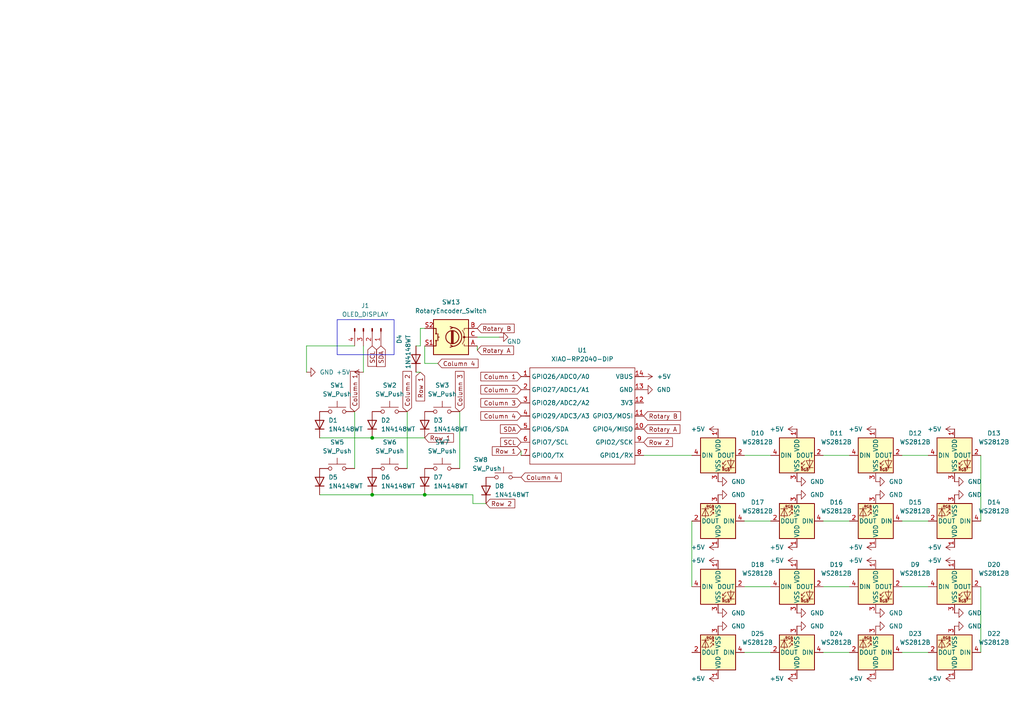
<source format=kicad_sch>
(kicad_sch (version 20250114) (generator "eeschema") (generator_version "9.0")
  (paper "A4")
  (lib_symbols
    (symbol "Connector:Conn_01x04_Pin" (pin_names (offset 1.016) (hide yes))
      (property "Reference" "J" (at 0 5.08 0))
      (property "Value" "Conn_01x04_Pin" (at 0 -7.62 0))
      (symbol "Conn_01x04_Pin_1_1"
        (rectangle (start 0.8636 2.667) (end 0 2.413) (stroke (width 0.1524)) (fill (type outline)))
        (rectangle (start 0.8636 0.127) (end 0 -0.127) (stroke (width 0.1524)) (fill (type outline)))
        (rectangle (start 0.8636 -2.413) (end 0 -2.667) (stroke (width 0.1524)) (fill (type outline)))
        (rectangle (start 0.8636 -4.953) (end 0 -5.207) (stroke (width 0.1524)) (fill (type outline)))
        (polyline (pts (xy 1.27 2.54) (xy 0.8636 2.54)) (stroke (width 0.1524)))
        (polyline (pts (xy 1.27 0) (xy 0.8636 0)) (stroke (width 0.1524)))
        (polyline (pts (xy 1.27 -2.54) (xy 0.8636 -2.54)) (stroke (width 0.1524)))
        (polyline (pts (xy 1.27 -5.08) (xy 0.8636 -5.08)) (stroke (width 0.1524)))
        (pin passive line (at 5.08 2.54 180) (length 3.81) (name "Pin_1") (number "1"))
        (pin passive line (at 5.08 0 180) (length 3.81) (name "Pin_2") (number "2"))
        (pin passive line (at 5.08 -2.54 180) (length 3.81) (name "Pin_3") (number "3"))
        (pin passive line (at 5.08 -5.08 180) (length 3.81) (name "Pin_4") (number "4"))
      )
    )
    (symbol "Device:RotaryEncoder_Switch" (pin_names (offset 0.254) (hide yes))
      (property "Reference" "SW" (at 0 6.604 0))
      (property "Value" "RotaryEncoder_Switch" (at 0 -6.604 0))
      (symbol "RotaryEncoder_Switch_0_1"
        (rectangle (start -5.08 5.08) (end 5.08 -5.08) (stroke (width 0.254)) (fill (type background)))
        (polyline (pts (xy -5.08 2.54) (xy -3.81 2.54) (xy -3.81 2.032)))
        (polyline (pts (xy -5.08 0) (xy -3.81 0) (xy -3.81 -1.016) (xy -3.302 -2.032)))
        (polyline (pts (xy -5.08 -2.54) (xy -3.81 -2.54) (xy -3.81 -2.032)))
        (polyline (pts (xy -4.318 0) (xy -3.81 0) (xy -3.81 1.016) (xy -3.302 2.032)))
        (circle (center -3.81 0) (radius 0.254) (fill (type outline)))
        (polyline (pts (xy -0.635 -1.778) (xy -0.635 1.778)) (stroke (width 0.254)))
        (circle (center -0.381 0) (radius 1.905) (stroke (width 0.254)))
        (polyline (pts (xy -0.381 -1.778) (xy -0.381 1.778)) (stroke (width 0.254)))
        (arc (start -0.381 -2.794) (mid -3.0988 -0.0635) (end -0.381 2.667) (stroke (width 0.254)))
        (polyline (pts (xy -0.127 1.778) (xy -0.127 -1.778)) (stroke (width 0.254)))
        (polyline (pts (xy 0.254 2.921) (xy -0.508 2.667) (xy 0.127 2.286)) (stroke (width 0.254)))
        (polyline (pts (xy 0.254 -3.048) (xy -0.508 -2.794) (xy 0.127 -2.413)) (stroke (width 0.254)))
        (polyline (pts (xy 3.81 1.016) (xy 3.81 -1.016)) (stroke (width 0.254)))
        (polyline (pts (xy 3.81 0) (xy 3.429 0)) (stroke (width 0.254)))
        (circle (center 4.318 1.016) (radius 0.127) (stroke (width 0.254)))
        (circle (center 4.318 -1.016) (radius 0.127) (stroke (width 0.254)))
        (polyline (pts (xy 5.08 2.54) (xy 4.318 2.54) (xy 4.318 1.016)) (stroke (width 0.254)))
        (polyline (pts (xy 5.08 -2.54) (xy 4.318 -2.54) (xy 4.318 -1.016)) (stroke (width 0.254)))
      )
      (symbol "RotaryEncoder_Switch_1_1"
        (pin passive line (at -7.62 2.54 0) (length 2.54) (name "A") (number "A"))
        (pin passive line (at -7.62 0 0) (length 2.54) (name "C") (number "C"))
        (pin passive line (at -7.62 -2.54 0) (length 2.54) (name "B") (number "B"))
        (pin passive line (at 7.62 2.54 180) (length 2.54) (name "S1") (number "S1"))
        (pin passive line (at 7.62 -2.54 180) (length 2.54) (name "S2") (number "S2"))
      )
    )
    (symbol "Diode:1N4148WT" (pin_numbers (hide yes)) (pin_names (hide yes))
      (property "Reference" "D" (at 0 2.54 0))
      (property "Value" "1N4148WT" (at 0 -2.54 0))
      (symbol "1N4148WT_0_1"
        (polyline (pts (xy -1.27 1.27) (xy -1.27 -1.27)) (stroke (width 0.254)))
        (polyline (pts (xy 1.27 1.27) (xy 1.27 -1.27) (xy -1.27 0) (xy 1.27 1.27)) (stroke (width 0.254)))
        (polyline (pts (xy 1.27 0) (xy -1.27 0)))
      )
      (symbol "1N4148WT_1_1"
        (pin passive line (at -3.81 0 0) (length 2.54) (name "K") (number "1"))
        (pin passive line (at 3.81 0 180) (length 2.54) (name "A") (number "2"))
      )
    )
    (symbol "LED:WS2812B" (pin_names (offset 0.254))
      (property "Reference" "D" (at 5.08 5.715 0))
      (property "Value" "WS2812B" (at 1.27 -5.715 0))
      (symbol "WS2812B_0_0"
        (text "RGB" (at 2.286 -4.191 0) (effects (font (size 0.762 0.762))))
      )
      (symbol "WS2812B_0_1"
        (polyline (pts (xy 1.27 -2.54) (xy 1.778 -2.54)))
        (polyline (pts (xy 1.27 -3.556) (xy 1.778 -3.556)))
        (polyline (pts (xy 2.286 -1.524) (xy 1.27 -2.54) (xy 1.27 -2.032)))
        (polyline (pts (xy 2.286 -2.54) (xy 1.27 -3.556) (xy 1.27 -3.048)))
        (polyline (pts (xy 3.683 -1.016) (xy 3.683 -3.556) (xy 3.683 -4.064)))
        (polyline (pts (xy 4.699 -1.524) (xy 2.667 -1.524) (xy 3.683 -3.556) (xy 4.699 -1.524)))
        (polyline (pts (xy 4.699 -3.556) (xy 2.667 -3.556)))
        (rectangle (start 5.08 5.08) (end -5.08 -5.08) (stroke (width 0.254)) (fill (type background)))
      )
      (symbol "WS2812B_1_1"
        (pin input line (at -7.62 0 0) (length 2.54) (name "DIN") (number "4"))
        (pin power_in line (at 0 7.62 270) (length 2.54) (name "VDD") (number "1"))
        (pin power_in line (at 0 -7.62 90) (length 2.54) (name "VSS") (number "3"))
        (pin output line (at 7.62 0 180) (length 2.54) (name "DOUT") (number "2"))
      )
    )
    (symbol "OPL:XIAO-RP2040-DIP"
      (property "Reference" "U" (at 0 0 0))
      (property "Value" "XIAO-RP2040-DIP" (at 5.334 -1.778 0))
      (symbol "XIAO-RP2040-DIP_1_0"
        (polyline (pts (xy -1.27 -2.54) (xy 29.21 -2.54)) (stroke (width 0.1524)))
        (polyline (pts (xy -1.27 -5.08) (xy -2.54 -5.08)) (stroke (width 0.1524)))
        (polyline (pts (xy -1.27 -5.08) (xy -1.27 -2.54)) (stroke (width 0.1524)))
        (polyline (pts (xy -1.27 -8.89) (xy -2.54 -8.89)) (stroke (width 0.1524)))
        (polyline (pts (xy -1.27 -8.89) (xy -1.27 -5.08)) (stroke (width 0.1524)))
        (polyline (pts (xy -1.27 -12.7) (xy -2.54 -12.7)) (stroke (width 0.1524)))
        (polyline (pts (xy -1.27 -12.7) (xy -1.27 -8.89)) (stroke (width 0.1524)))
        (polyline (pts (xy -1.27 -16.51) (xy -2.54 -16.51)) (stroke (width 0.1524)))
        (polyline (pts (xy -1.27 -16.51) (xy -1.27 -12.7)) (stroke (width 0.1524)))
        (polyline (pts (xy -1.27 -20.32) (xy -2.54 -20.32)) (stroke (width 0.1524)))
        (polyline (pts (xy -1.27 -24.13) (xy -2.54 -24.13)) (stroke (width 0.1524)))
        (polyline (pts (xy -1.27 -27.94) (xy -2.54 -27.94)) (stroke (width 0.1524)))
        (polyline (pts (xy -1.27 -30.48) (xy -1.27 -16.51)) (stroke (width 0.1524)))
        (polyline (pts (xy 29.21 -2.54) (xy 29.21 -5.08)) (stroke (width 0.1524)))
        (polyline (pts (xy 29.21 -5.08) (xy 29.21 -8.89)) (stroke (width 0.1524)))
        (polyline (pts (xy 29.21 -8.89) (xy 29.21 -12.7)) (stroke (width 0.1524)))
        (polyline (pts (xy 29.21 -12.7) (xy 29.21 -30.48)) (stroke (width 0.1524)))
        (polyline (pts (xy 29.21 -30.48) (xy -1.27 -30.48)) (stroke (width 0.1524)))
        (polyline (pts (xy 30.48 -5.08) (xy 29.21 -5.08)) (stroke (width 0.1524)))
        (polyline (pts (xy 30.48 -8.89) (xy 29.21 -8.89)) (stroke (width 0.1524)))
        (polyline (pts (xy 30.48 -12.7) (xy 29.21 -12.7)) (stroke (width 0.1524)))
        (polyline (pts (xy 30.48 -16.51) (xy 29.21 -16.51)) (stroke (width 0.1524)))
        (polyline (pts (xy 30.48 -20.32) (xy 29.21 -20.32)) (stroke (width 0.1524)))
        (polyline (pts (xy 30.48 -24.13) (xy 29.21 -24.13)) (stroke (width 0.1524)))
        (polyline (pts (xy 30.48 -27.94) (xy 29.21 -27.94)) (stroke (width 0.1524)))
        (pin passive line (at -3.81 -5.08 0) (length 2.54) (name "GPIO26/ADC0/A0") (number "1"))
        (pin passive line (at -3.81 -8.89 0) (length 2.54) (name "GPIO27/ADC1/A1") (number "2"))
        (pin passive line (at -3.81 -12.7 0) (length 2.54) (name "GPIO28/ADC2/A2") (number "3"))
        (pin passive line (at -3.81 -16.51 0) (length 2.54) (name "GPIO29/ADC3/A3") (number "4"))
        (pin passive line (at -3.81 -20.32 0) (length 2.54) (name "GPIO6/SDA") (number "5"))
        (pin passive line (at -3.81 -24.13 0) (length 2.54) (name "GPIO7/SCL") (number "6"))
        (pin passive line (at -3.81 -27.94 0) (length 2.54) (name "GPIO0/TX") (number "7"))
        (pin passive line (at 31.75 -5.08 180) (length 2.54) (name "VBUS") (number "14"))
        (pin passive line (at 31.75 -8.89 180) (length 2.54) (name "GND") (number "13"))
        (pin passive line (at 31.75 -12.7 180) (length 2.54) (name "3V3") (number "12"))
        (pin passive line (at 31.75 -16.51 180) (length 2.54) (name "GPIO3/MOSI") (number "11"))
        (pin passive line (at 31.75 -20.32 180) (length 2.54) (name "GPIO4/MISO") (number "10"))
        (pin passive line (at 31.75 -24.13 180) (length 2.54) (name "GPIO2/SCK") (number "9"))
        (pin passive line (at 31.75 -27.94 180) (length 2.54) (name "GPIO1/RX") (number "8"))
      )
    )
    (symbol "Switch:SW_Push" (pin_numbers (hide yes)) (pin_names (offset 1.016) (hide yes))
      (property "Reference" "SW" (at 1.27 2.54 0))
      (property "Value" "SW_Push" (at 0 -1.524 0))
      (symbol "SW_Push_0_1"
        (circle (center -2.032 0) (radius 0.508))
        (polyline (pts (xy 0 1.27) (xy 0 3.048)))
        (circle (center 2.032 0) (radius 0.508))
        (polyline (pts (xy 2.54 1.27) (xy -2.54 1.27)))
        (pin passive line (at -5.08 0 0) (length 2.54) (name "1") (number "1"))
        (pin passive line (at 5.08 0 180) (length 2.54) (name "2") (number "2"))
      )
    )
    (symbol "power:+5V" (power) (pin_numbers (hide yes)) (pin_names (offset 0) (hide yes))
      (property "Value" "+5V" (at 0 3.556 0))
      (symbol "+5V_0_1"
        (polyline (pts (xy -0.762 1.27) (xy 0 2.54)))
        (polyline (pts (xy 0 2.54) (xy 0.762 1.27)))
        (polyline (pts (xy 0 0) (xy 0 2.54)))
      )
      (symbol "+5V_1_1"
        (pin power_in line (at 0 0 90) (length 0) (name "~") (number "1"))
      )
    )
    (symbol "power:GND" (power) (pin_numbers (hide yes)) (pin_names (offset 0) (hide yes))
      (property "Value" "GND" (at 0 -3.81 0))
      (symbol "GND_0_1"
        (polyline (pts (xy 0 0) (xy 0 -1.27) (xy 1.27 -1.27) (xy 0 -2.54) (xy -1.27 -1.27) (xy 0 -1.27)))
      )
      (symbol "GND_1_1"
        (pin power_in line (at 0 0 270) (length 0) (name "~") (number "1"))
      )
    )
  )
  (rectangle (start 97.79 92.71) (end 114.3 102.87))
  (junction (at 107.95 143.51))
  (junction (at 107.95 127))
  (junction (at 123.19 143.51))
  (wire (pts (xy 238.76 151.13) (xy 246.38 151.13)))
  (wire (pts (xy 137.16 146.05) (xy 140.97 146.05)))
  (wire (pts (xy 261.62 170.18) (xy 269.24 170.18)))
  (wire (pts (xy 102.87 100.33) (xy 88.9 100.33)))
  (wire (pts (xy 137.16 143.51) (xy 123.19 143.51)))
  (wire (pts (xy 151.13 130.81) (xy 151.13 132.08)))
  (wire (pts (xy 186.69 132.08) (xy 200.66 132.08)))
  (wire (pts (xy 88.9 100.33) (xy 88.9 107.95)))
  (wire (pts (xy 107.95 143.51) (xy 123.19 143.51)))
  (wire (pts (xy 138.43 101.6) (xy 138.43 100.33)))
  (wire (pts (xy 238.76 189.23) (xy 246.38 189.23)))
  (wire (pts (xy 107.95 127) (xy 123.19 127)))
  (wire (pts (xy 123.19 100.33) (xy 123.19 105.41)))
  (wire (pts (xy 105.41 100.33) (xy 105.41 107.95)))
  (wire (pts (xy 92.71 143.51) (xy 107.95 143.51)))
  (wire (pts (xy 102.87 119.38) (xy 102.87 135.89)))
  (wire (pts (xy 137.16 146.05) (xy 137.16 143.51)))
  (wire (pts (xy 133.35 119.38) (xy 133.35 135.89)))
  (wire (pts (xy 238.76 170.18) (xy 246.38 170.18)))
  (wire (pts (xy 200.66 151.13) (xy 200.66 170.18)))
  (wire (pts (xy 92.71 127) (xy 107.95 127)))
  (wire (pts (xy 215.9 132.08) (xy 223.52 132.08)))
  (wire (pts (xy 121.92 100.33) (xy 121.92 95.25)))
  (wire (pts (xy 261.62 189.23) (xy 269.24 189.23)))
  (wire (pts (xy 215.9 151.13) (xy 223.52 151.13)))
  (wire (pts (xy 121.92 100.33) (xy 120.65 100.33)))
  (wire (pts (xy 118.11 119.38) (xy 118.11 135.89)))
  (wire (pts (xy 215.9 189.23) (xy 223.52 189.23)))
  (wire (pts (xy 261.62 132.08) (xy 269.24 132.08)))
  (wire (pts (xy 238.76 132.08) (xy 246.38 132.08)))
  (wire (pts (xy 261.62 151.13) (xy 269.24 151.13)))
  (wire (pts (xy 123.19 105.41) (xy 127 105.41)))
  (wire (pts (xy 215.9 170.18) (xy 223.52 170.18)))
  (wire (pts (xy 121.92 107.95) (xy 120.65 107.95)))
  (wire (pts (xy 284.48 170.18) (xy 284.48 189.23)))
  (wire (pts (xy 121.92 95.25) (xy 123.19 95.25)))
  (wire (pts (xy 284.48 132.08) (xy 284.48 151.13)))
  (wire (pts (xy 138.43 97.79) (xy 144.78 97.79)))
  (global_label "SDA" (shape input) (at 110.49 100.33 270) (property "Intersheetrefs" "${INTERSHEET_REFS}" (effects (hide yes))))
  (global_label "SDA" (shape input) (at 151.13 124.46 180) (property "Intersheetrefs" "${INTERSHEET_REFS}" (effects (hide yes))))
  (global_label "Column 3" (shape input) (at 133.35 119.38 90) (property "Intersheetrefs" "${INTERSHEET_REFS}" (effects (hide yes))))
  (global_label "Column 1" (shape input) (at 151.13 109.22 180) (property "Intersheetrefs" "${INTERSHEET_REFS}" (effects (hide yes))))
  (global_label "Column 2" (shape input) (at 118.11 119.38 90) (property "Intersheetrefs" "${INTERSHEET_REFS}" (effects (hide yes))))
  (global_label "Rotary A" (shape input) (at 138.43 101.6 0) (property "Intersheetrefs" "${INTERSHEET_REFS}" (effects (hide yes))))
  (global_label "Row 2" (shape input) (at 140.97 146.05 0) (property "Intersheetrefs" "${INTERSHEET_REFS}" (effects (hide yes))))
  (global_label "Rotary A" (shape input) (at 186.69 124.46 0) (property "Intersheetrefs" "${INTERSHEET_REFS}" (effects (hide yes))))
  (global_label "Row 1" (shape input) (at 123.19 127 0) (property "Intersheetrefs" "${INTERSHEET_REFS}" (effects (hide yes))))
  (global_label "Row 1" (shape input) (at 151.13 130.81 180) (property "Intersheetrefs" "${INTERSHEET_REFS}" (effects (hide yes))))
  (global_label "Column 3" (shape input) (at 151.13 116.84 180) (property "Intersheetrefs" "${INTERSHEET_REFS}" (effects (hide yes))))
  (global_label "Column 4" (shape input) (at 127 105.41 0) (property "Intersheetrefs" "${INTERSHEET_REFS}" (effects (hide yes))))
  (global_label "Column 4" (shape input) (at 151.13 138.43 0) (property "Intersheetrefs" "${INTERSHEET_REFS}" (effects (hide yes))))
  (global_label "Column 2" (shape input) (at 151.13 113.03 180) (property "Intersheetrefs" "${INTERSHEET_REFS}" (effects (hide yes))))
  (global_label "Rotary B" (shape input) (at 186.69 120.65 0) (property "Intersheetrefs" "${INTERSHEET_REFS}" (effects (hide yes))))
  (global_label "Row 1" (shape input) (at 121.92 107.95 270) (property "Intersheetrefs" "${INTERSHEET_REFS}" (effects (hide yes))))
  (global_label "Row 2" (shape input) (at 186.69 128.27 0) (property "Intersheetrefs" "${INTERSHEET_REFS}" (effects (hide yes))))
  (global_label "Column 4" (shape input) (at 151.13 120.65 180) (property "Intersheetrefs" "${INTERSHEET_REFS}" (effects (hide yes))))
  (global_label "Column 1" (shape input) (at 102.87 119.38 90) (property "Intersheetrefs" "${INTERSHEET_REFS}" (effects (hide yes))))
  (global_label "Rotary B" (shape input) (at 138.43 95.25 0) (property "Intersheetrefs" "${INTERSHEET_REFS}" (effects (hide yes))))
  (global_label "SCL" (shape input) (at 151.13 128.27 180) (property "Intersheetrefs" "${INTERSHEET_REFS}" (effects (hide yes))))
  (global_label "SCL" (shape input) (at 107.95 100.33 270) (property "Intersheetrefs" "${INTERSHEET_REFS}" (effects (hide yes))))
  (symbol (lib_id "Switch:SW_Push") (at 97.79 135.89 0) (unit 1)
    (property "Reference" "SW5" (at 97.79 128.27 0))
    (property "Value" "SW_Push" (at 97.79 130.81 0))
    (property "Footprint" "Button_Switch_Keyboard:SW_Cherry_MX_1.00u_PCB" (effects (hide yes)))
    (property "Description" "Push button switch, generic, two pins" (effects (hide yes)))
  )
  (symbol (lib_id "power:+5V") (at 208.28 196.85 90) (unit 1)
    (property "Reference" "#PWR037" (effects (hide yes)))
    (property "Value" "+5V" (at 204.47 196.8499 90) (effects (justify left)))
    (property "Description" "Power symbol creates a global label with name \"+5V\"" (effects (hide yes)))
  )
  (symbol (lib_id "LED:WS2812B") (at 208.28 189.23 180) (unit 1)
    (property "Reference" "D25" (at 219.71 183.7846 0))
    (property "Value" "WS2812B" (at 219.71 186.3246 0))
    (property "Footprint" "LED_SMD:LED_SK6812MINI_PLCC4_3.5x3.5mm_P1.75mm" (effects (hide yes)))
    (property "Datasheet" "https://cdn-shop.adafruit.com/datasheets/WS2812B.pdf" (effects (hide yes)))
    (property "Description" "RGB LED with integrated controller" (effects (hide yes)))
  )
  (symbol (lib_id "power:GND") (at 254 139.7 90) (unit 1)
    (property "Reference" "#PWR09" (effects (hide yes)))
    (property "Value" "GND" (at 257.81 139.6999 90) (effects (justify right)))
    (property "Description" "Power symbol creates a global label with name \"GND\" , ground" (effects (hide yes)))
  )
  (symbol (lib_id "power:GND") (at 231.14 143.51 90) (unit 1)
    (property "Reference" "#PWR011" (effects (hide yes)))
    (property "Value" "GND" (at 234.95 143.5099 90) (effects (justify right)))
    (property "Description" "Power symbol creates a global label with name \"GND\" , ground" (effects (hide yes)))
  )
  (symbol (lib_id "power:GND") (at 144.78 97.79 90) (unit 1)
    (property "Reference" "#PWR05" (effects (hide yes)))
    (property "Value" "GND" (at 149.098 99.06 90))
    (property "Description" "Power symbol creates a global label with name \"GND\" , ground" (effects (hide yes)))
  )
  (symbol (lib_id "Diode:1N4148WT") (at 92.71 139.7 90) (unit 1)
    (property "Reference" "D5" (at 95.25 138.4299 90) (effects (justify right)))
    (property "Value" "1N4148WT" (at 95.25 140.9699 90) (effects (justify right)))
    (property "Footprint" "Diode_SMD:D_SOD-523" (effects (hide yes)))
    (property "Datasheet" "https://www.diodes.com/assets/Datasheets/ds30396.pdf" (effects (hide yes)))
    (property "Description" "75V 0.15A Fast switching Diode, SOD-523" (effects (hide yes)))
    (property "Sim.Device" "D" (effects (hide yes)))
    (property "Sim.Pins" "1=K 2=A" (effects (hide yes)))
  )
  (symbol (lib_id "LED:WS2812B") (at 231.14 189.23 180) (unit 1)
    (property "Reference" "D24" (at 242.57 183.7846 0))
    (property "Value" "WS2812B" (at 242.57 186.3246 0))
    (property "Footprint" "LED_SMD:LED_SK6812MINI_PLCC4_3.5x3.5mm_P1.75mm" (effects (hide yes)))
    (property "Datasheet" "https://cdn-shop.adafruit.com/datasheets/WS2812B.pdf" (effects (hide yes)))
    (property "Description" "RGB LED with integrated controller" (effects (hide yes)))
  )
  (symbol (lib_id "power:+5V") (at 276.86 196.85 90) (unit 1)
    (property "Reference" "#PWR034" (effects (hide yes)))
    (property "Value" "+5V" (at 273.05 196.8499 90) (effects (justify left)))
    (property "Description" "Power symbol creates a global label with name \"+5V\"" (effects (hide yes)))
  )
  (symbol (lib_id "power:GND") (at 231.14 177.8 90) (unit 1)
    (property "Reference" "#PWR015" (effects (hide yes)))
    (property "Value" "GND" (at 234.95 177.7999 90) (effects (justify right)))
    (property "Description" "Power symbol creates a global label with name \"GND\" , ground" (effects (hide yes)))
  )
  (symbol (lib_id "power:GND") (at 208.28 139.7 90) (unit 1)
    (property "Reference" "#PWR07" (effects (hide yes)))
    (property "Value" "GND" (at 212.09 139.6999 90) (effects (justify right)))
    (property "Description" "Power symbol creates a global label with name \"GND\" , ground" (effects (hide yes)))
  )
  (symbol (lib_id "power:+5V") (at 254 124.46 90) (unit 1)
    (property "Reference" "#PWR024" (effects (hide yes)))
    (property "Value" "+5V" (at 250.19 124.4599 90) (effects (justify left)))
    (property "Description" "Power symbol creates a global label with name \"+5V\"" (effects (hide yes)))
  )
  (symbol (lib_id "LED:WS2812B") (at 254 132.08 0) (unit 1)
    (property "Reference" "D12" (at 265.43 125.6598 0))
    (property "Value" "WS2812B" (at 265.43 128.1998 0))
    (property "Footprint" "Backlight:MX_SK6812MINI-E_REV" (effects (hide yes)))
    (property "Datasheet" "https://cdn-shop.adafruit.com/datasheets/WS2812B.pdf" (effects (hide yes)))
    (property "Description" "RGB LED with integrated controller" (effects (hide yes)))
  )
  (symbol (lib_id "power:+5V") (at 276.86 124.46 90) (unit 1)
    (property "Reference" "#PWR025" (effects (hide yes)))
    (property "Value" "+5V" (at 273.05 124.4599 90) (effects (justify left)))
    (property "Description" "Power symbol creates a global label with name \"+5V\"" (effects (hide yes)))
  )
  (symbol (lib_id "LED:WS2812B") (at 276.86 189.23 180) (unit 1)
    (property "Reference" "D22" (at 288.29 183.7846 0))
    (property "Value" "WS2812B" (at 288.29 186.3246 0))
    (property "Footprint" "LED_SMD:LED_SK6812MINI_PLCC4_3.5x3.5mm_P1.75mm" (effects (hide yes)))
    (property "Datasheet" "https://cdn-shop.adafruit.com/datasheets/WS2812B.pdf" (effects (hide yes)))
    (property "Description" "RGB LED with integrated controller" (effects (hide yes)))
  )
  (symbol (lib_id "LED:WS2812B") (at 231.14 170.18 0) (unit 1)
    (property "Reference" "D19" (at 242.57 163.7598 0))
    (property "Value" "WS2812B" (at 242.57 166.2998 0))
    (property "Footprint" "LED_SMD:LED_SK6812MINI_PLCC4_3.5x3.5mm_P1.75mm" (effects (hide yes)))
    (property "Datasheet" "https://cdn-shop.adafruit.com/datasheets/WS2812B.pdf" (effects (hide yes)))
    (property "Description" "RGB LED with integrated controller" (effects (hide yes)))
  )
  (symbol (lib_id "Diode:1N4148WT") (at 123.19 123.19 90) (unit 1)
    (property "Reference" "D3" (at 125.73 121.9199 90) (effects (justify right)))
    (property "Value" "1N4148WT" (at 125.73 124.4599 90) (effects (justify right)))
    (property "Footprint" "Diode_SMD:D_SOD-523" (effects (hide yes)))
    (property "Datasheet" "https://www.diodes.com/assets/Datasheets/ds30396.pdf" (effects (hide yes)))
    (property "Description" "75V 0.15A Fast switching Diode, SOD-523" (effects (hide yes)))
    (property "Sim.Device" "D" (effects (hide yes)))
    (property "Sim.Pins" "1=K 2=A" (effects (hide yes)))
  )
  (symbol (lib_id "LED:WS2812B") (at 276.86 151.13 180) (unit 1)
    (property "Reference" "D14" (at 288.29 145.6846 0))
    (property "Value" "WS2812B" (at 288.29 148.2246 0))
    (property "Footprint" "Backlight:MX_SK6812MINI-E_REV" (effects (hide yes)))
    (property "Datasheet" "https://cdn-shop.adafruit.com/datasheets/WS2812B.pdf" (effects (hide yes)))
    (property "Description" "RGB LED with integrated controller" (effects (hide yes)))
  )
  (symbol (lib_id "Diode:1N4148WT") (at 92.71 123.19 90) (unit 1)
    (property "Reference" "D1" (at 95.25 121.9199 90) (effects (justify right)))
    (property "Value" "1N4148WT" (at 95.25 124.4599 90) (effects (justify right)))
    (property "Footprint" "Diode_SMD:D_SOD-523" (effects (hide yes)))
    (property "Datasheet" "https://www.diodes.com/assets/Datasheets/ds30396.pdf" (effects (hide yes)))
    (property "Description" "75V 0.15A Fast switching Diode, SOD-523" (effects (hide yes)))
    (property "Sim.Device" "D" (effects (hide yes)))
    (property "Sim.Pins" "1=K 2=A" (effects (hide yes)))
  )
  (symbol (lib_id "LED:WS2812B") (at 276.86 132.08 0) (unit 1)
    (property "Reference" "D13" (at 288.29 125.6598 0))
    (property "Value" "WS2812B" (at 288.29 128.1998 0))
    (property "Footprint" "Backlight:MX_SK6812MINI-E_REV" (effects (hide yes)))
    (property "Datasheet" "https://cdn-shop.adafruit.com/datasheets/WS2812B.pdf" (effects (hide yes)))
    (property "Description" "RGB LED with integrated controller" (effects (hide yes)))
  )
  (symbol (lib_id "power:+5V") (at 276.86 158.75 90) (unit 1)
    (property "Reference" "#PWR026" (effects (hide yes)))
    (property "Value" "+5V" (at 273.05 158.7499 90) (effects (justify left)))
    (property "Description" "Power symbol creates a global label with name \"+5V\"" (effects (hide yes)))
  )
  (symbol (lib_id "Switch:SW_Push") (at 113.03 119.38 0) (unit 1)
    (property "Reference" "SW2" (at 113.03 111.76 0))
    (property "Value" "SW_Push" (at 113.03 114.3 0))
    (property "Footprint" "Button_Switch_Keyboard:SW_Cherry_MX_1.00u_PCB" (effects (hide yes)))
    (property "Description" "Push button switch, generic, two pins" (effects (hide yes)))
  )
  (symbol (lib_id "power:+5V") (at 186.69 109.22 270) (unit 1)
    (property "Reference" "#PWR01" (effects (hide yes)))
    (property "Value" "+5V" (at 190.5 109.2199 90) (effects (justify left)))
    (property "Description" "Power symbol creates a global label with name \"+5V\"" (effects (hide yes)))
  )
  (symbol (lib_id "Diode:1N4148WT") (at 107.95 123.19 90) (unit 1)
    (property "Reference" "D2" (at 110.49 121.9199 90) (effects (justify right)))
    (property "Value" "1N4148WT" (at 110.49 124.4599 90) (effects (justify right)))
    (property "Footprint" "Diode_SMD:D_SOD-523" (effects (hide yes)))
    (property "Datasheet" "https://www.diodes.com/assets/Datasheets/ds30396.pdf" (effects (hide yes)))
    (property "Description" "75V 0.15A Fast switching Diode, SOD-523" (effects (hide yes)))
    (property "Sim.Device" "D" (effects (hide yes)))
    (property "Sim.Pins" "1=K 2=A" (effects (hide yes)))
  )
  (symbol (lib_id "power:GND") (at 186.69 113.03 90) (unit 1)
    (property "Reference" "#PWR02" (effects (hide yes)))
    (property "Value" "GND" (at 190.5 113.0299 90) (effects (justify right)))
    (property "Description" "Power symbol creates a global label with name \"GND\" , ground" (effects (hide yes)))
  )
  (symbol (lib_id "LED:WS2812B") (at 231.14 151.13 180) (unit 1)
    (property "Reference" "D16" (at 242.57 145.6846 0))
    (property "Value" "WS2812B" (at 242.57 148.2246 0))
    (property "Footprint" "Backlight:MX_SK6812MINI-E_REV" (effects (hide yes)))
    (property "Datasheet" "https://cdn-shop.adafruit.com/datasheets/WS2812B.pdf" (effects (hide yes)))
    (property "Description" "RGB LED with integrated controller" (effects (hide yes)))
  )
  (symbol (lib_id "power:+5V") (at 254 158.75 90) (unit 1)
    (property "Reference" "#PWR027" (effects (hide yes)))
    (property "Value" "+5V" (at 250.19 158.7499 90) (effects (justify left)))
    (property "Description" "Power symbol creates a global label with name \"+5V\"" (effects (hide yes)))
  )
  (symbol (lib_id "power:GND") (at 254 181.61 90) (unit 1)
    (property "Reference" "#PWR019" (effects (hide yes)))
    (property "Value" "GND" (at 257.81 181.6099 90) (effects (justify right)))
    (property "Description" "Power symbol creates a global label with name \"GND\" , ground" (effects (hide yes)))
  )
  (symbol (lib_id "power:+5V") (at 105.41 107.95 90) (unit 1)
    (property "Reference" "#PWR03" (effects (hide yes)))
    (property "Value" "+5V" (at 101.6 107.9499 90) (effects (justify left)))
    (property "Description" "Power symbol creates a global label with name \"+5V\"" (effects (hide yes)))
  )
  (symbol (lib_id "LED:WS2812B") (at 208.28 132.08 0) (unit 1)
    (property "Reference" "D10" (at 219.71 125.6598 0))
    (property "Value" "WS2812B" (at 219.71 128.1998 0))
    (property "Footprint" "Backlight:MX_SK6812MINI-E_REV" (effects (hide yes)))
    (property "Datasheet" "https://cdn-shop.adafruit.com/datasheets/WS2812B.pdf" (effects (hide yes)))
    (property "Description" "RGB LED with integrated controller" (effects (hide yes)))
  )
  (symbol (lib_id "Switch:SW_Push") (at 128.27 119.38 0) (unit 1)
    (property "Reference" "SW3" (at 128.27 111.76 0))
    (property "Value" "SW_Push" (at 128.27 114.3 0))
    (property "Footprint" "Button_Switch_Keyboard:SW_Cherry_MX_1.00u_PCB" (effects (hide yes)))
    (property "Description" "Push button switch, generic, two pins" (effects (hide yes)))
  )
  (symbol (lib_id "Switch:SW_Push") (at 113.03 135.89 0) (unit 1)
    (property "Reference" "SW6" (at 113.03 128.27 0))
    (property "Value" "SW_Push" (at 113.03 130.81 0))
    (property "Footprint" "Button_Switch_Keyboard:SW_Cherry_MX_1.00u_PCB" (effects (hide yes)))
    (property "Description" "Push button switch, generic, two pins" (effects (hide yes)))
  )
  (symbol (lib_id "power:GND") (at 231.14 181.61 90) (unit 1)
    (property "Reference" "#PWR020" (effects (hide yes)))
    (property "Value" "GND" (at 234.95 181.6099 90) (effects (justify right)))
    (property "Description" "Power symbol creates a global label with name \"GND\" , ground" (effects (hide yes)))
  )
  (symbol (lib_id "power:GND") (at 276.86 143.51 90) (unit 1)
    (property "Reference" "#PWR013" (effects (hide yes)))
    (property "Value" "GND" (at 280.67 143.5099 90) (effects (justify right)))
    (property "Description" "Power symbol creates a global label with name \"GND\" , ground" (effects (hide yes)))
  )
  (symbol (lib_id "LED:WS2812B") (at 208.28 151.13 180) (unit 1)
    (property "Reference" "D17" (at 219.71 145.6846 0))
    (property "Value" "WS2812B" (at 219.71 148.2246 0))
    (property "Footprint" "LED_SMD:LED_SK6812MINI_PLCC4_3.5x3.5mm_P1.75mm" (effects (hide yes)))
    (property "Datasheet" "https://cdn-shop.adafruit.com/datasheets/WS2812B.pdf" (effects (hide yes)))
    (property "Description" "RGB LED with integrated controller" (effects (hide yes)))
  )
  (symbol (lib_id "power:+5V") (at 231.14 196.85 90) (unit 1)
    (property "Reference" "#PWR036" (effects (hide yes)))
    (property "Value" "+5V" (at 227.33 196.8499 90) (effects (justify left)))
    (property "Description" "Power symbol creates a global label with name \"+5V\"" (effects (hide yes)))
  )
  (symbol (lib_id "power:+5V") (at 208.28 162.56 90) (unit 1)
    (property "Reference" "#PWR030" (effects (hide yes)))
    (property "Value" "+5V" (at 204.47 162.5599 90) (effects (justify left)))
    (property "Description" "Power symbol creates a global label with name \"+5V\"" (effects (hide yes)))
  )
  (symbol (lib_id "power:GND") (at 208.28 143.51 90) (unit 1)
    (property "Reference" "#PWR06" (effects (hide yes)))
    (property "Value" "GND" (at 212.09 143.5099 90) (effects (justify right)))
    (property "Description" "Power symbol creates a global label with name \"GND\" , ground" (effects (hide yes)))
  )
  (symbol (lib_id "Diode:1N4148WT") (at 107.95 139.7 90) (unit 1)
    (property "Reference" "D6" (at 110.49 138.4299 90) (effects (justify right)))
    (property "Value" "1N4148WT" (at 110.49 140.9699 90) (effects (justify right)))
    (property "Footprint" "Diode_SMD:D_SOD-523" (effects (hide yes)))
    (property "Datasheet" "https://www.diodes.com/assets/Datasheets/ds30396.pdf" (effects (hide yes)))
    (property "Description" "75V 0.15A Fast switching Diode, SOD-523" (effects (hide yes)))
    (property "Sim.Device" "D" (effects (hide yes)))
    (property "Sim.Pins" "1=K 2=A" (effects (hide yes)))
  )
  (symbol (lib_id "power:GND") (at 254 177.8 90) (unit 1)
    (property "Reference" "#PWR016" (effects (hide yes)))
    (property "Value" "GND" (at 257.81 177.7999 90) (effects (justify right)))
    (property "Description" "Power symbol creates a global label with name \"GND\" , ground" (effects (hide yes)))
  )
  (symbol (lib_id "Diode:1N4148WT") (at 140.97 142.24 90) (unit 1)
    (property "Reference" "D8" (at 143.51 140.9699 90) (effects (justify right)))
    (property "Value" "1N4148WT" (at 143.51 143.5099 90) (effects (justify right)))
    (property "Footprint" "Diode_SMD:D_SOD-523" (effects (hide yes)))
    (property "Datasheet" "https://www.diodes.com/assets/Datasheets/ds30396.pdf" (effects (hide yes)))
    (property "Description" "75V 0.15A Fast switching Diode, SOD-523" (effects (hide yes)))
    (property "Sim.Device" "D" (effects (hide yes)))
    (property "Sim.Pins" "1=K 2=A" (effects (hide yes)))
  )
  (symbol (lib_id "LED:WS2812B") (at 254 170.18 0) (unit 1)
    (property "Reference" "D9" (at 265.43 163.7598 0))
    (property "Value" "WS2812B" (at 265.43 166.2998 0))
    (property "Footprint" "LED_SMD:LED_SK6812MINI_PLCC4_3.5x3.5mm_P1.75mm" (effects (hide yes)))
    (property "Datasheet" "https://cdn-shop.adafruit.com/datasheets/WS2812B.pdf" (effects (hide yes)))
    (property "Description" "RGB LED with integrated controller" (effects (hide yes)))
  )
  (symbol (lib_id "Connector:Conn_01x04_Pin") (at 107.95 95.25 270) (unit 1)
    (property "Reference" "J1" (at 105.918 88.646 90))
    (property "Value" "OLED_DISPLAY" (at 105.918 91.186 90))
    (property "Footprint" "Connector_PinHeader_2.54mm:PinHeader_1x04_P2.54mm_Vertical" (effects (hide yes)))
    (property "Description" "Generic connector, single row, 01x04, script generated" (effects (hide yes)))
  )
  (symbol (lib_id "power:GND") (at 231.14 139.7 90) (unit 1)
    (property "Reference" "#PWR08" (effects (hide yes)))
    (property "Value" "GND" (at 234.95 139.6999 90) (effects (justify right)))
    (property "Description" "Power symbol creates a global label with name \"GND\" , ground" (effects (hide yes)))
  )
  (symbol (lib_id "Switch:SW_Push") (at 97.79 119.38 0) (unit 1)
    (property "Reference" "SW1" (at 97.79 111.76 0))
    (property "Value" "SW_Push" (at 97.79 114.3 0))
    (property "Footprint" "Button_Switch_Keyboard:SW_Cherry_MX_1.00u_PCB" (effects (hide yes)))
    (property "Description" "Push button switch, generic, two pins" (effects (hide yes)))
  )
  (symbol (lib_id "power:GND") (at 276.86 177.8 90) (unit 1)
    (property "Reference" "#PWR017" (effects (hide yes)))
    (property "Value" "GND" (at 280.67 177.7999 90) (effects (justify right)))
    (property "Description" "Power symbol creates a global label with name \"GND\" , ground" (effects (hide yes)))
  )
  (symbol (lib_id "Device:RotaryEncoder_Switch") (at 130.81 97.79 180) (unit 1)
    (property "Reference" "SW13" (at 130.81 87.63 0))
    (property "Value" "RotaryEncoder_Switch" (at 130.81 90.17 0))
    (property "Footprint" "Rotary_Encoder:RotaryEncoder_Alps_EC11E-Switch_Vertical_H20mm" (effects (hide yes)))
    (property "Description" "Rotary encoder, dual channel, incremental quadrate outputs, with switch" (effects (hide yes)))
  )
  (symbol (lib_id "Diode:1N4148WT") (at 120.65 104.14 90) (unit 1)
    (property "Reference" "D4" (at 115.824 97.028 0) (effects (justify right)))
    (property "Value" "1N4148WT" (at 118.364 97.028 0) (effects (justify right)))
    (property "Footprint" "Diode_SMD:D_SOD-523" (effects (hide yes)))
    (property "Datasheet" "https://www.diodes.com/assets/Datasheets/ds30396.pdf" (effects (hide yes)))
    (property "Description" "75V 0.15A Fast switching Diode, SOD-523" (effects (hide yes)))
    (property "Sim.Device" "D" (effects (hide yes)))
    (property "Sim.Pins" "1=K 2=A" (effects (hide yes)))
  )
  (symbol (lib_id "Switch:SW_Push") (at 128.27 135.89 0) (unit 1)
    (property "Reference" "SW7" (at 128.27 128.27 0))
    (property "Value" "SW_Push" (at 128.27 130.81 0))
    (property "Footprint" "Button_Switch_Keyboard:SW_Cherry_MX_1.00u_PCB" (effects (hide yes)))
    (property "Description" "Push button switch, generic, two pins" (effects (hide yes)))
  )
  (symbol (lib_id "power:GND") (at 276.86 181.61 90) (unit 1)
    (property "Reference" "#PWR018" (effects (hide yes)))
    (property "Value" "GND" (at 280.67 181.6099 90) (effects (justify right)))
    (property "Description" "Power symbol creates a global label with name \"GND\" , ground" (effects (hide yes)))
  )
  (symbol (lib_id "LED:WS2812B") (at 254 151.13 180) (unit 1)
    (property "Reference" "D15" (at 265.43 145.6846 0))
    (property "Value" "WS2812B" (at 265.43 148.2246 0))
    (property "Footprint" "Backlight:MX_SK6812MINI-E_REV" (effects (hide yes)))
    (property "Datasheet" "https://cdn-shop.adafruit.com/datasheets/WS2812B.pdf" (effects (hide yes)))
    (property "Description" "RGB LED with integrated controller" (effects (hide yes)))
  )
  (symbol (lib_id "OPL:XIAO-RP2040-DIP") (at 154.94 104.14 0) (unit 1)
    (property "Reference" "U1" (at 168.91 101.6 0))
    (property "Value" "XIAO-RP2040-DIP" (at 168.91 104.14 0))
    (property "Footprint" "OPL:XIAO-RP2040-DIP" (effects (hide yes)))
  )
  (symbol (lib_id "Diode:1N4148WT") (at 123.19 139.7 90) (unit 1)
    (property "Reference" "D7" (at 125.73 138.4299 90) (effects (justify right)))
    (property "Value" "1N4148WT" (at 125.73 140.9699 90) (effects (justify right)))
    (property "Footprint" "Diode_SMD:D_SOD-523" (effects (hide yes)))
    (property "Datasheet" "https://www.diodes.com/assets/Datasheets/ds30396.pdf" (effects (hide yes)))
    (property "Description" "75V 0.15A Fast switching Diode, SOD-523" (effects (hide yes)))
    (property "Sim.Device" "D" (effects (hide yes)))
    (property "Sim.Pins" "1=K 2=A" (effects (hide yes)))
  )
  (symbol (lib_id "LED:WS2812B") (at 254 189.23 180) (unit 1)
    (property "Reference" "D23" (at 265.43 183.7846 0))
    (property "Value" "WS2812B" (at 265.43 186.3246 0))
    (property "Footprint" "LED_SMD:LED_SK6812MINI_PLCC4_3.5x3.5mm_P1.75mm" (effects (hide yes)))
    (property "Datasheet" "https://cdn-shop.adafruit.com/datasheets/WS2812B.pdf" (effects (hide yes)))
    (property "Description" "RGB LED with integrated controller" (effects (hide yes)))
  )
  (symbol (lib_id "power:+5V") (at 231.14 162.56 90) (unit 1)
    (property "Reference" "#PWR031" (effects (hide yes)))
    (property "Value" "+5V" (at 227.33 162.5599 90) (effects (justify left)))
    (property "Description" "Power symbol creates a global label with name \"+5V\"" (effects (hide yes)))
  )
  (symbol (lib_id "power:+5V") (at 254 196.85 90) (unit 1)
    (property "Reference" "#PWR035" (effects (hide yes)))
    (property "Value" "+5V" (at 250.19 196.8499 90) (effects (justify left)))
    (property "Description" "Power symbol creates a global label with name \"+5V\"" (effects (hide yes)))
  )
  (symbol (lib_id "power:GND") (at 254 143.51 90) (unit 1)
    (property "Reference" "#PWR012" (effects (hide yes)))
    (property "Value" "GND" (at 257.81 143.5099 90) (effects (justify right)))
    (property "Description" "Power symbol creates a global label with name \"GND\" , ground" (effects (hide yes)))
  )
  (symbol (lib_id "power:+5V") (at 231.14 124.46 90) (unit 1)
    (property "Reference" "#PWR023" (effects (hide yes)))
    (property "Value" "+5V" (at 227.33 124.4599 90) (effects (justify left)))
    (property "Description" "Power symbol creates a global label with name \"+5V\"" (effects (hide yes)))
  )
  (symbol (lib_id "power:+5V") (at 208.28 158.75 90) (unit 1)
    (property "Reference" "#PWR029" (effects (hide yes)))
    (property "Value" "+5V" (at 204.47 158.7499 90) (effects (justify left)))
    (property "Description" "Power symbol creates a global label with name \"+5V\"" (effects (hide yes)))
  )
  (symbol (lib_id "power:+5V") (at 276.86 162.56 90) (unit 1)
    (property "Reference" "#PWR033" (effects (hide yes)))
    (property "Value" "+5V" (at 273.05 162.5599 90) (effects (justify left)))
    (property "Description" "Power symbol creates a global label with name \"+5V\"" (effects (hide yes)))
  )
  (symbol (lib_id "Switch:SW_Push") (at 146.05 138.43 0) (unit 1)
    (property "Reference" "SW8" (at 139.446 133.35 0))
    (property "Value" "SW_Push" (at 141.224 135.89 0))
    (property "Footprint" "Button_Switch_Keyboard:SW_Cherry_MX_1.00u_PCB" (effects (hide yes)))
    (property "Description" "Push button switch, generic, two pins" (effects (hide yes)))
  )
  (symbol (lib_id "LED:WS2812B") (at 276.86 170.18 0) (unit 1)
    (property "Reference" "D20" (at 288.29 163.7598 0))
    (property "Value" "WS2812B" (at 288.29 166.2998 0))
    (property "Footprint" "LED_SMD:LED_SK6812MINI_PLCC4_3.5x3.5mm_P1.75mm" (effects (hide yes)))
    (property "Datasheet" "https://cdn-shop.adafruit.com/datasheets/WS2812B.pdf" (effects (hide yes)))
    (property "Description" "RGB LED with integrated controller" (effects (hide yes)))
  )
  (symbol (lib_id "power:+5V") (at 208.28 124.46 90) (unit 1)
    (property "Reference" "#PWR022" (effects (hide yes)))
    (property "Value" "+5V" (at 204.47 124.4599 90) (effects (justify left)))
    (property "Description" "Power symbol creates a global label with name \"+5V\"" (effects (hide yes)))
  )
  (symbol (lib_id "power:+5V") (at 254 162.56 90) (unit 1)
    (property "Reference" "#PWR032" (effects (hide yes)))
    (property "Value" "+5V" (at 250.19 162.5599 90) (effects (justify left)))
    (property "Description" "Power symbol creates a global label with name \"+5V\"" (effects (hide yes)))
  )
  (symbol (lib_id "power:GND") (at 276.86 139.7 90) (unit 1)
    (property "Reference" "#PWR010" (effects (hide yes)))
    (property "Value" "GND" (at 280.67 139.6999 90) (effects (justify right)))
    (property "Description" "Power symbol creates a global label with name \"GND\" , ground" (effects (hide yes)))
  )
  (symbol (lib_id "power:GND") (at 88.9 107.95 90) (unit 1)
    (property "Reference" "#PWR04" (effects (hide yes)))
    (property "Value" "GND" (at 92.71 107.9499 90) (effects (justify right)))
    (property "Description" "Power symbol creates a global label with name \"GND\" , ground" (effects (hide yes)))
  )
  (symbol (lib_id "power:GND") (at 208.28 177.8 90) (unit 1)
    (property "Reference" "#PWR014" (effects (hide yes)))
    (property "Value" "GND" (at 212.09 177.7999 90) (effects (justify right)))
    (property "Description" "Power symbol creates a global label with name \"GND\" , ground" (effects (hide yes)))
  )
  (symbol (lib_id "power:GND") (at 208.28 181.61 90) (unit 1)
    (property "Reference" "#PWR021" (effects (hide yes)))
    (property "Value" "GND" (at 212.09 181.6099 90) (effects (justify right)))
    (property "Description" "Power symbol creates a global label with name \"GND\" , ground" (effects (hide yes)))
  )
  (symbol (lib_id "LED:WS2812B") (at 231.14 132.08 0) (unit 1)
    (property "Reference" "D11" (at 242.57 125.6598 0))
    (property "Value" "WS2812B" (at 242.57 128.1998 0))
    (property "Footprint" "Backlight:MX_SK6812MINI-E_REV" (effects (hide yes)))
    (property "Datasheet" "https://cdn-shop.adafruit.com/datasheets/WS2812B.pdf" (effects (hide yes)))
    (property "Description" "RGB LED with integrated controller" (effects (hide yes)))
  )
  (symbol (lib_id "LED:WS2812B") (at 208.28 170.18 0) (unit 1)
    (property "Reference" "D18" (at 219.71 163.7598 0))
    (property "Value" "WS2812B" (at 219.71 166.2998 0))
    (property "Footprint" "LED_SMD:LED_SK6812MINI_PLCC4_3.5x3.5mm_P1.75mm" (effects (hide yes)))
    (property "Datasheet" "https://cdn-shop.adafruit.com/datasheets/WS2812B.pdf" (effects (hide yes)))
    (property "Description" "RGB LED with integrated controller" (effects (hide yes)))
  )
  (symbol (lib_id "power:+5V") (at 231.14 158.75 90) (unit 1)
    (property "Reference" "#PWR028" (effects (hide yes)))
    (property "Value" "+5V" (at 227.33 158.7499 90) (effects (justify left)))
    (property "Description" "Power symbol creates a global label with name \"+5V\"" (effects (hide yes)))
  )
)
</source>
